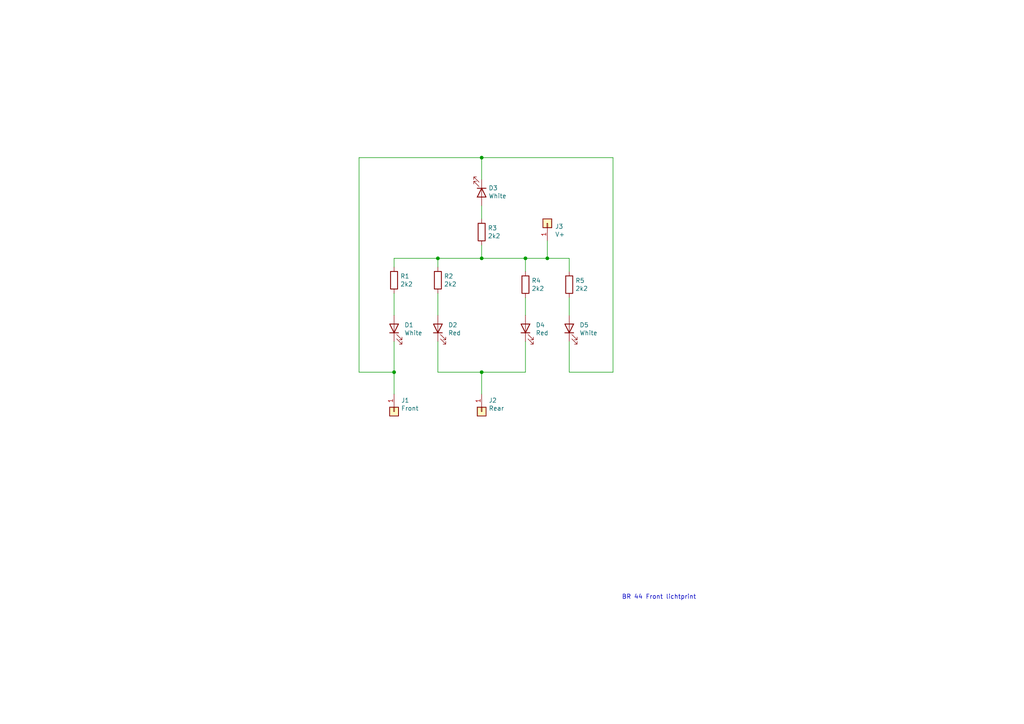
<source format=kicad_sch>
(kicad_sch (version 20211123) (generator eeschema)
  (paper "A4")
  (lib_symbols
    (symbol "Connector_Generic:Conn_01x01" (pin_names (offset 1.016) hide)
      (property "Reference" "J" (at 0 2.54 0))
      (property "Value" "Conn_01x01" (at 0 -2.54 0))
      (symbol "Conn_01x01_1_1"
        (rectangle (start -1.27 0.127) (end 0 -0.127) (stroke (width 0.1524)))
        (rectangle (start -1.27 1.27) (end 1.27 -1.27) (stroke (width 0.254)) (fill (type background)))
        (pin passive line (at -5.08 0 0) (length 3.81) (name "Pin_1") (number "1"))
      )
    )
    (symbol "Device:LED" (pin_numbers hide) (pin_names (offset 1.016) hide)
      (property "Reference" "D" (at 0 2.54 0))
      (property "Value" "LED" (at 0 -2.54 0))
      (symbol "LED_0_1"
        (polyline (pts (xy -1.27 -1.27) (xy -1.27 1.27)) (stroke (width 0.254)))
        (polyline (pts (xy -1.27 0) (xy 1.27 0)))
        (polyline (pts (xy 1.27 -1.27) (xy 1.27 1.27) (xy -1.27 0) (xy 1.27 -1.27)) (stroke (width 0.254)))
        (polyline (pts (xy -3.048 -0.762) (xy -4.572 -2.286) (xy -3.81 -2.286) (xy -4.572 -2.286) (xy -4.572 -1.524)))
        (polyline (pts (xy -1.778 -0.762) (xy -3.302 -2.286) (xy -2.54 -2.286) (xy -3.302 -2.286) (xy -3.302 -1.524)))
      )
      (symbol "LED_1_1"
        (pin passive line (at -3.81 0 0) (length 2.54) (name "K") (number "1"))
        (pin passive line (at 3.81 0 180) (length 2.54) (name "A") (number "2"))
      )
    )
    (symbol "Device:R" (pin_numbers hide) (pin_names (offset 0))
      (property "Reference" "R" (at 2.032 0 90))
      (property "Value" "R" (at 0 0 90))
      (symbol "R_0_1"
        (rectangle (start -1.016 -2.54) (end 1.016 2.54) (stroke (width 0.254)))
      )
      (symbol "R_1_1"
        (pin passive line (at 0 3.81 270) (length 1.27) (name "~") (number "1"))
        (pin passive line (at 0 -3.81 90) (length 1.27) (name "~") (number "2"))
      )
    )
  )
  (junction (at 139.7 45.72))
  (junction (at 139.7 74.93))
  (junction (at 152.4 74.93))
  (junction (at 114.3 107.95))
  (junction (at 127 74.93))
  (junction (at 139.7 107.95))
  (junction (at 158.75 74.93))
  (wire (pts (xy 152.4 74.93) (xy 152.4 78.74)))
  (wire (pts (xy 127 99.06) (xy 127 107.95)))
  (wire (pts (xy 127 74.93) (xy 139.7 74.93)))
  (wire (pts (xy 139.7 52.07) (xy 139.7 45.72)))
  (wire (pts (xy 177.8 107.95) (xy 165.1 107.95)))
  (wire (pts (xy 114.3 77.47) (xy 114.3 74.93)))
  (wire (pts (xy 152.4 86.36) (xy 152.4 91.44)))
  (wire (pts (xy 114.3 85.09) (xy 114.3 91.44)))
  (wire (pts (xy 158.75 69.85) (xy 158.75 74.93)))
  (wire (pts (xy 139.7 114.3) (xy 139.7 107.95)))
  (wire (pts (xy 114.3 114.3) (xy 114.3 107.95)))
  (wire (pts (xy 127 74.93) (xy 127 77.47)))
  (wire (pts (xy 104.14 45.72) (xy 139.7 45.72)))
  (wire (pts (xy 114.3 107.95) (xy 104.14 107.95)))
  (wire (pts (xy 165.1 107.95) (xy 165.1 99.06)))
  (wire (pts (xy 152.4 74.93) (xy 158.75 74.93)))
  (wire (pts (xy 114.3 74.93) (xy 127 74.93)))
  (wire (pts (xy 139.7 74.93) (xy 139.7 71.12)))
  (wire (pts (xy 139.7 59.69) (xy 139.7 63.5)))
  (wire (pts (xy 139.7 107.95) (xy 152.4 107.95)))
  (wire (pts (xy 165.1 74.93) (xy 165.1 78.74)))
  (wire (pts (xy 104.14 107.95) (xy 104.14 45.72)))
  (wire (pts (xy 177.8 45.72) (xy 177.8 107.95)))
  (wire (pts (xy 114.3 107.95) (xy 114.3 99.06)))
  (wire (pts (xy 139.7 45.72) (xy 177.8 45.72)))
  (wire (pts (xy 127 85.09) (xy 127 91.44)))
  (wire (pts (xy 127 107.95) (xy 139.7 107.95)))
  (wire (pts (xy 165.1 86.36) (xy 165.1 91.44)))
  (wire (pts (xy 139.7 74.93) (xy 152.4 74.93)))
  (wire (pts (xy 158.75 74.93) (xy 165.1 74.93)))
  (wire (pts (xy 152.4 107.95) (xy 152.4 99.06)))
  (text "BR 44 Front lichtprint" (at 180.34 173.99 0) (effects (font (size 1.27 1.27)) (justify left bottom)))
  (symbol (lib_id "Device:R") (at 165.1 82.55 0) (unit 1)
    (property "Reference" "R5" (at 166.878 81.3816 0) (effects (justify left)))
    (property "Value" "2k2" (at 166.878 83.693 0) (effects (justify left)))
    (property "Footprint" "Resistor_SMD:R_1206_3216Metric" (effects hide))
  )
  (symbol (lib_id "Device:R") (at 152.4 82.55 0) (unit 1)
    (property "Reference" "R4" (at 154.178 81.3816 0) (effects (justify left)))
    (property "Value" "2k2" (at 154.178 83.693 0) (effects (justify left)))
    (property "Footprint" "Resistor_SMD:R_1206_3216Metric" (effects hide))
  )
  (symbol (lib_id "Device:R") (at 127 81.28 0) (unit 1)
    (property "Reference" "R2" (at 128.778 80.1116 0) (effects (justify left)))
    (property "Value" "2k2" (at 128.778 82.423 0) (effects (justify left)))
    (property "Footprint" "Resistor_SMD:R_1206_3216Metric" (effects hide))
  )
  (symbol (lib_id "Device:R") (at 114.3 81.28 180) (unit 1)
    (property "Reference" "R1" (at 116.078 80.1116 0) (effects (justify right)))
    (property "Value" "2k2" (at 116.078 82.423 0) (effects (justify right)))
    (property "Footprint" "Resistor_SMD:R_1206_3216Metric" (effects hide))
  )
  (symbol (lib_id "Device:R") (at 139.7 67.31 0) (unit 1)
    (property "Reference" "R3" (at 141.478 66.1416 0) (effects (justify left)))
    (property "Value" "2k2" (at 141.478 68.453 0) (effects (justify left)))
    (property "Footprint" "Resistor_SMD:R_1206_3216Metric" (effects hide))
  )
  (symbol (lib_id "Device:LED") (at 139.7 55.88 270) (unit 1)
    (property "Reference" "D3" (at 141.6812 54.5338 90) (effects (justify left)))
    (property "Value" "White" (at 141.6812 56.8452 90) (effects (justify left)))
    (property "Footprint" "LED_SMD:LED_1206_3216Metric_Pad1.42x1.75mm_HandSolder" (effects hide))
  )
  (symbol (lib_id "Device:LED") (at 165.1 95.25 90) (unit 1)
    (property "Reference" "D5" (at 168.0718 94.2594 90) (effects (justify right)))
    (property "Value" "White" (at 168.0718 96.5708 90) (effects (justify right)))
    (property "Footprint" "LED_SMD:LED_1206_3216Metric_Pad1.42x1.75mm_HandSolder" (effects hide))
  )
  (symbol (lib_id "Device:LED") (at 152.4 95.25 90) (unit 1)
    (property "Reference" "D4" (at 155.3718 94.2594 90) (effects (justify right)))
    (property "Value" "Red" (at 155.3718 96.5708 90) (effects (justify right)))
    (property "Footprint" "LED_SMD:LED_1206_3216Metric_Pad1.42x1.75mm_HandSolder" (effects hide))
  )
  (symbol (lib_id "Device:LED") (at 127 95.25 90) (unit 1)
    (property "Reference" "D2" (at 129.9718 94.2594 90) (effects (justify right)))
    (property "Value" "Red" (at 129.9718 96.5708 90) (effects (justify right)))
    (property "Footprint" "LED_SMD:LED_1206_3216Metric_Pad1.42x1.75mm_HandSolder" (effects hide))
  )
  (symbol (lib_id "Device:LED") (at 114.3 95.25 90) (unit 1)
    (property "Reference" "D1" (at 117.2718 94.2594 90) (effects (justify right)))
    (property "Value" "White" (at 117.2718 96.5708 90) (effects (justify right)))
    (property "Footprint" "LED_SMD:LED_1206_3216Metric_Pad1.42x1.75mm_HandSolder" (effects hide))
  )
  (symbol (lib_id "Connector_Generic:Conn_01x01") (at 139.7 119.38 270) (unit 1)
    (property "Reference" "J2" (at 141.732 116.1288 90) (effects (justify left)))
    (property "Value" "Rear" (at 141.732 118.4402 90) (effects (justify left)))
    (property "Footprint" "TestPoint:TestPoint_Keystone_5019_Minature" (effects hide))
  )
  (symbol (lib_id "Connector_Generic:Conn_01x01") (at 114.3 119.38 270) (unit 1)
    (property "Reference" "J1" (at 116.332 116.1288 90) (effects (justify left)))
    (property "Value" "Front" (at 116.332 118.4402 90) (effects (justify left)))
    (property "Footprint" "TestPoint:TestPoint_Keystone_5019_Minature" (effects hide))
  )
  (symbol (lib_id "Connector_Generic:Conn_01x01") (at 158.75 64.77 90) (unit 1)
    (property "Reference" "J3" (at 160.9852 65.6844 90) (effects (justify right)))
    (property "Value" "V+" (at 160.9852 67.9958 90) (effects (justify right)))
    (property "Footprint" "TestPoint:TestPoint_Keystone_5019_Minature" (effects hide))
  )
)
</source>
